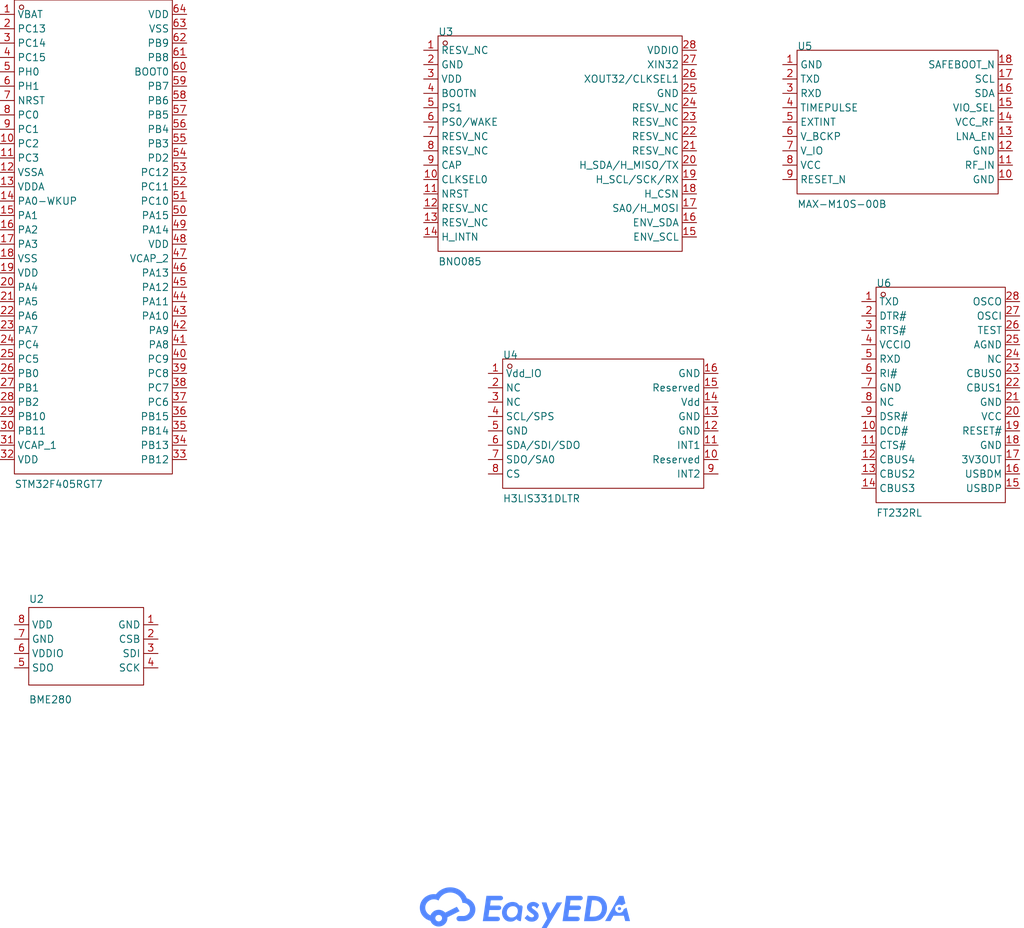
<source format=kicad_sch>
(kicad_sch (version 20250114) (generator "eeschema") (generator_version "9.0")
  (paper "User" 181.102 164.135)
  (lib_symbols
    (symbol "Board1-easyedapro:BME280"
      (property "Reference" "U" (at 0 0 0))
      (symbol "BME280_1_0"
        (pin unspecified line (at -12.7 3.81 0) (length 2.54) (name "VDD") (number "8"))
        (pin unspecified line (at -12.7 1.27 0) (length 2.54) (name "GND") (number "7"))
        (pin unspecified line (at -12.7 -1.27 0) (length 2.54) (name "VDDIO") (number "6"))
        (pin unspecified line (at -12.7 -3.81 0) (length 2.54) (name "SDO") (number "5"))
        (pin unspecified line (at 12.7 3.81 180) (length 2.54) (name "GND") (number "1"))
        (pin unspecified line (at 12.7 1.27 180) (length 2.54) (name "CSB") (number "2"))
        (pin unspecified line (at 12.7 -1.27 180) (length 2.54) (name "SDI") (number "3"))
        (pin unspecified line (at 12.7 -3.81 180) (length 2.54) (name "SCK") (number "4"))
      )
    )
    (symbol "Board1-easyedapro:BNO085_C5189642"
      (property "Reference" "U" (at 0 0 0))
      (symbol "BNO085_C5189642_1_0"
        (pin unspecified line (at -25.4 17.78 0) (length 2.54) (name "RESV_NC") (number "1"))
        (pin unspecified line (at -25.4 15.24 0) (length 2.54) (name "GND") (number "2"))
        (pin unspecified line (at -25.4 12.7 0) (length 2.54) (name "VDD") (number "3"))
        (pin unspecified line (at -25.4 10.16 0) (length 2.54) (name "BOOTN") (number "4"))
        (pin unspecified line (at -25.4 7.62 0) (length 2.54) (name "PS1") (number "5"))
        (pin unspecified line (at -25.4 5.08 0) (length 2.54) (name "PS0/WAKE") (number "6"))
        (pin unspecified line (at -25.4 2.54 0) (length 2.54) (name "RESV_NC") (number "7"))
        (pin unspecified line (at -25.4 0 0) (length 2.54) (name "RESV_NC") (number "8"))
        (pin unspecified line (at -25.4 -2.54 0) (length 2.54) (name "CAP") (number "9"))
        (pin unspecified line (at -25.4 -5.08 0) (length 2.54) (name "CLKSEL0") (number "10"))
        (pin unspecified line (at -25.4 -7.62 0) (length 2.54) (name "NRST") (number "11"))
        (pin unspecified line (at -25.4 -10.16 0) (length 2.54) (name "RESV_NC") (number "12"))
        (pin unspecified line (at -25.4 -12.7 0) (length 2.54) (name "RESV_NC") (number "13"))
        (pin unspecified line (at -25.4 -15.24 0) (length 2.54) (name "H_INTN") (number "14"))
        (pin unspecified line (at 22.86 17.78 180) (length 2.54) (name "VDDIO") (number "28"))
        (pin unspecified line (at 22.86 15.24 180) (length 2.54) (name "XIN32") (number "27"))
        (pin unspecified line (at 22.86 12.7 180) (length 2.54) (name "XOUT32/CLKSEL1") (number "26"))
        (pin unspecified line (at 22.86 10.16 180) (length 2.54) (name "GND") (number "25"))
        (pin unspecified line (at 22.86 7.62 180) (length 2.54) (name "RESV_NC") (number "24"))
        (pin unspecified line (at 22.86 5.08 180) (length 2.54) (name "RESV_NC") (number "23"))
        (pin unspecified line (at 22.86 2.54 180) (length 2.54) (name "RESV_NC") (number "22"))
        (pin unspecified line (at 22.86 0 180) (length 2.54) (name "RESV_NC") (number "21"))
        (pin unspecified line (at 22.86 -2.54 180) (length 2.54) (name "H_SDA/H_MISO/TX") (number "20"))
        (pin unspecified line (at 22.86 -5.08 180) (length 2.54) (name "H_SCL/SCK/RX") (number "19"))
        (pin unspecified line (at 22.86 -7.62 180) (length 2.54) (name "H_CSN") (number "18"))
        (pin unspecified line (at 22.86 -10.16 180) (length 2.54) (name "SA0/H_MOSI") (number "17"))
        (pin unspecified line (at 22.86 -12.7 180) (length 2.54) (name "ENV_SDA") (number "16"))
        (pin unspecified line (at 22.86 -15.24 180) (length 2.54) (name "ENV_SCL") (number "15"))
      )
    )
    (symbol "Board1-easyedapro:Drawing-Symbol_A4")
    (symbol "Board1-easyedapro:FT232RL"
      (property "Reference" "U" (at 0 0 0))
      (symbol "FT232RL_1_0"
        (pin unspecified line (at -13.97 16.51 0) (length 2.54) (name "TXD") (number "1"))
        (pin unspecified line (at -13.97 13.97 0) (length 2.54) (name "DTR#") (number "2"))
        (pin unspecified line (at -13.97 11.43 0) (length 2.54) (name "RTS#") (number "3"))
        (pin unspecified line (at -13.97 8.89 0) (length 2.54) (name "VCCIO") (number "4"))
        (pin unspecified line (at -13.97 6.35 0) (length 2.54) (name "RXD") (number "5"))
        (pin unspecified line (at -13.97 3.81 0) (length 2.54) (name "RI#") (number "6"))
        (pin unspecified line (at -13.97 1.27 0) (length 2.54) (name "GND") (number "7"))
        (pin unspecified line (at -13.97 -1.27 0) (length 2.54) (name "NC") (number "8"))
        (pin unspecified line (at -13.97 -3.81 0) (length 2.54) (name "DSR#") (number "9"))
        (pin unspecified line (at -13.97 -6.35 0) (length 2.54) (name "DCD#") (number "10"))
        (pin unspecified line (at -13.97 -8.89 0) (length 2.54) (name "CTS#") (number "11"))
        (pin unspecified line (at -13.97 -11.43 0) (length 2.54) (name "CBUS4") (number "12"))
        (pin unspecified line (at -13.97 -13.97 0) (length 2.54) (name "CBUS2") (number "13"))
        (pin unspecified line (at -13.97 -16.51 0) (length 2.54) (name "CBUS3") (number "14"))
        (pin unspecified line (at 13.97 16.51 180) (length 2.54) (name "OSCO") (number "28"))
        (pin unspecified line (at 13.97 13.97 180) (length 2.54) (name "OSCI") (number "27"))
        (pin unspecified line (at 13.97 11.43 180) (length 2.54) (name "TEST") (number "26"))
        (pin unspecified line (at 13.97 8.89 180) (length 2.54) (name "AGND") (number "25"))
        (pin unspecified line (at 13.97 6.35 180) (length 2.54) (name "NC") (number "24"))
        (pin unspecified line (at 13.97 3.81 180) (length 2.54) (name "CBUS0") (number "23"))
        (pin unspecified line (at 13.97 1.27 180) (length 2.54) (name "CBUS1") (number "22"))
        (pin unspecified line (at 13.97 -1.27 180) (length 2.54) (name "GND") (number "21"))
        (pin unspecified line (at 13.97 -3.81 180) (length 2.54) (name "VCC") (number "20"))
        (pin unspecified line (at 13.97 -6.35 180) (length 2.54) (name "RESET#") (number "19"))
        (pin unspecified line (at 13.97 -8.89 180) (length 2.54) (name "GND") (number "18"))
        (pin unspecified line (at 13.97 -11.43 180) (length 2.54) (name "3V3OUT") (number "17"))
        (pin unspecified line (at 13.97 -13.97 180) (length 2.54) (name "USBDM") (number "16"))
        (pin unspecified line (at 13.97 -16.51 180) (length 2.54) (name "USBDP") (number "15"))
      )
    )
    (symbol "Board1-easyedapro:H3LIS331DLTR"
      (property "Reference" "U" (at 0 0 0))
      (symbol "H3LIS331DLTR_1_0"
        (pin unspecified line (at -20.32 8.89 0) (length 2.54) (name "Vdd_IO") (number "1"))
        (pin unspecified line (at -20.32 6.35 0) (length 2.54) (name "NC") (number "2"))
        (pin unspecified line (at -20.32 3.81 0) (length 2.54) (name "NC") (number "3"))
        (pin unspecified line (at -20.32 1.27 0) (length 2.54) (name "SCL/SPS") (number "4"))
        (pin unspecified line (at -20.32 -1.27 0) (length 2.54) (name "GND") (number "5"))
        (pin unspecified line (at -20.32 -3.81 0) (length 2.54) (name "SDA/SDI/SDO") (number "6"))
        (pin unspecified line (at -20.32 -6.35 0) (length 2.54) (name "SDO/SA0") (number "7"))
        (pin unspecified line (at -20.32 -8.89 0) (length 2.54) (name "CS") (number "8"))
        (pin unspecified line (at 20.32 8.89 180) (length 2.54) (name "GND") (number "16"))
        (pin unspecified line (at 20.32 6.35 180) (length 2.54) (name "Reserved") (number "15"))
        (pin unspecified line (at 20.32 3.81 180) (length 2.54) (name "Vdd") (number "14"))
        (pin unspecified line (at 20.32 1.27 180) (length 2.54) (name "GND") (number "13"))
        (pin unspecified line (at 20.32 -1.27 180) (length 2.54) (name "GND") (number "12"))
        (pin unspecified line (at 20.32 -3.81 180) (length 2.54) (name "INT1") (number "11"))
        (pin unspecified line (at 20.32 -6.35 180) (length 2.54) (name "Reserved") (number "10"))
        (pin unspecified line (at 20.32 -8.89 180) (length 2.54) (name "INT2") (number "9"))
      )
    )
    (symbol "Board1-easyedapro:MAX-M10S-00B"
      (property "Reference" "U" (at 0 0 0))
      (symbol "MAX-M10S-00B_1_0"
        (pin unspecified line (at -20.32 10.16 0) (length 2.54) (name "GND") (number "1"))
        (pin unspecified line (at -20.32 7.62 0) (length 2.54) (name "TXD") (number "2"))
        (pin unspecified line (at -20.32 5.08 0) (length 2.54) (name "RXD") (number "3"))
        (pin unspecified line (at -20.32 2.54 0) (length 2.54) (name "TIMEPULSE") (number "4"))
        (pin unspecified line (at -20.32 0 0) (length 2.54) (name "EXTINT") (number "5"))
        (pin unspecified line (at -20.32 -2.54 0) (length 2.54) (name "V_BCKP") (number "6"))
        (pin unspecified line (at -20.32 -5.08 0) (length 2.54) (name "V_IO") (number "7"))
        (pin unspecified line (at -20.32 -7.62 0) (length 2.54) (name "VCC") (number "8"))
        (pin unspecified line (at -20.32 -10.16 0) (length 2.54) (name "RESET_N") (number "9"))
        (pin unspecified line (at 20.32 10.16 180) (length 2.54) (name "SAFEBOOT_N") (number "18"))
        (pin unspecified line (at 20.32 7.62 180) (length 2.54) (name "SCL") (number "17"))
        (pin unspecified line (at 20.32 5.08 180) (length 2.54) (name "SDA") (number "16"))
        (pin unspecified line (at 20.32 2.54 180) (length 2.54) (name "VIO_SEL") (number "15"))
        (pin unspecified line (at 20.32 0 180) (length 2.54) (name "VCC_RF") (number "14"))
        (pin unspecified line (at 20.32 -2.54 180) (length 2.54) (name "LNA_EN") (number "13"))
        (pin unspecified line (at 20.32 -5.08 180) (length 2.54) (name "GND") (number "12"))
        (pin unspecified line (at 20.32 -7.62 180) (length 2.54) (name "RF_IN") (number "11"))
        (pin unspecified line (at 20.32 -10.16 180) (length 2.54) (name "GND") (number "10"))
      )
    )
    (symbol "Board1-easyedapro:STM32F405RGT7"
      (property "Reference" "U" (at 0 0 0))
      (symbol "STM32F405RGT7_1_0"
        (pin unspecified line (at -16.51 39.37 0) (length 2.54) (name "VBAT") (number "1"))
        (pin unspecified line (at -16.51 36.83 0) (length 2.54) (name "PC13") (number "2"))
        (pin unspecified line (at -16.51 34.29 0) (length 2.54) (name "PC14") (number "3"))
        (pin unspecified line (at -16.51 31.75 0) (length 2.54) (name "PC15") (number "4"))
        (pin unspecified line (at -16.51 29.21 0) (length 2.54) (name "PH0") (number "5"))
        (pin unspecified line (at -16.51 26.67 0) (length 2.54) (name "PH1") (number "6"))
        (pin unspecified line (at -16.51 24.13 0) (length 2.54) (name "NRST") (number "7"))
        (pin unspecified line (at -16.51 21.59 0) (length 2.54) (name "PC0") (number "8"))
        (pin unspecified line (at -16.51 19.05 0) (length 2.54) (name "PC1") (number "9"))
        (pin unspecified line (at -16.51 16.51 0) (length 2.54) (name "PC2") (number "10"))
        (pin unspecified line (at -16.51 13.97 0) (length 2.54) (name "PC3") (number "11"))
        (pin unspecified line (at -16.51 11.43 0) (length 2.54) (name "VSSA") (number "12"))
        (pin unspecified line (at -16.51 8.89 0) (length 2.54) (name "VDDA") (number "13"))
        (pin unspecified line (at -16.51 6.35 0) (length 2.54) (name "PA0-WKUP") (number "14"))
        (pin unspecified line (at -16.51 3.81 0) (length 2.54) (name "PA1") (number "15"))
        (pin unspecified line (at -16.51 1.27 0) (length 2.54) (name "PA2") (number "16"))
        (pin unspecified line (at -16.51 -1.27 0) (length 2.54) (name "PA3") (number "17"))
        (pin unspecified line (at -16.51 -3.81 0) (length 2.54) (name "VSS") (number "18"))
        (pin unspecified line (at -16.51 -6.35 0) (length 2.54) (name "VDD") (number "19"))
        (pin unspecified line (at -16.51 -8.89 0) (length 2.54) (name "PA4") (number "20"))
        (pin unspecified line (at -16.51 -11.43 0) (length 2.54) (name "PA5") (number "21"))
        (pin unspecified line (at -16.51 -13.97 0) (length 2.54) (name "PA6") (number "22"))
        (pin unspecified line (at -16.51 -16.51 0) (length 2.54) (name "PA7") (number "23"))
        (pin unspecified line (at -16.51 -19.05 0) (length 2.54) (name "PC4") (number "24"))
        (pin unspecified line (at -16.51 -21.59 0) (length 2.54) (name "PC5") (number "25"))
        (pin unspecified line (at -16.51 -24.13 0) (length 2.54) (name "PB0") (number "26"))
        (pin unspecified line (at -16.51 -26.67 0) (length 2.54) (name "PB1") (number "27"))
        (pin unspecified line (at -16.51 -29.21 0) (length 2.54) (name "PB2") (number "28"))
        (pin unspecified line (at -16.51 -31.75 0) (length 2.54) (name "PB10") (number "29"))
        (pin unspecified line (at -16.51 -34.29 0) (length 2.54) (name "PB11") (number "30"))
        (pin unspecified line (at -16.51 -36.83 0) (length 2.54) (name "VCAP_1") (number "31"))
        (pin unspecified line (at -16.51 -39.37 0) (length 2.54) (name "VDD") (number "32"))
        (pin unspecified line (at 16.51 39.37 180) (length 2.54) (name "VDD") (number "64"))
        (pin unspecified line (at 16.51 36.83 180) (length 2.54) (name "VSS") (number "63"))
        (pin unspecified line (at 16.51 34.29 180) (length 2.54) (name "PB9") (number "62"))
        (pin unspecified line (at 16.51 31.75 180) (length 2.54) (name "PB8") (number "61"))
        (pin unspecified line (at 16.51 29.21 180) (length 2.54) (name "BOOT0") (number "60"))
        (pin unspecified line (at 16.51 26.67 180) (length 2.54) (name "PB7") (number "59"))
        (pin unspecified line (at 16.51 24.13 180) (length 2.54) (name "PB6") (number "58"))
        (pin unspecified line (at 16.51 21.59 180) (length 2.54) (name "PB5") (number "57"))
        (pin unspecified line (at 16.51 19.05 180) (length 2.54) (name "PB4") (number "56"))
        (pin unspecified line (at 16.51 16.51 180) (length 2.54) (name "PB3") (number "55"))
        (pin unspecified line (at 16.51 13.97 180) (length 2.54) (name "PD2") (number "54"))
        (pin unspecified line (at 16.51 11.43 180) (length 2.54) (name "PC12") (number "53"))
        (pin unspecified line (at 16.51 8.89 180) (length 2.54) (name "PC11") (number "52"))
        (pin unspecified line (at 16.51 6.35 180) (length 2.54) (name "PC10") (number "51"))
        (pin unspecified line (at 16.51 3.81 180) (length 2.54) (name "PA15") (number "50"))
        (pin unspecified line (at 16.51 1.27 180) (length 2.54) (name "PA14") (number "49"))
        (pin unspecified line (at 16.51 -1.27 180) (length 2.54) (name "VDD") (number "48"))
        (pin unspecified line (at 16.51 -3.81 180) (length 2.54) (name "VCAP_2") (number "47"))
        (pin unspecified line (at 16.51 -6.35 180) (length 2.54) (name "PA13") (number "46"))
        (pin unspecified line (at 16.51 -8.89 180) (length 2.54) (name "PA12") (number "45"))
        (pin unspecified line (at 16.51 -11.43 180) (length 2.54) (name "PA11") (number "44"))
        (pin unspecified line (at 16.51 -13.97 180) (length 2.54) (name "PA10") (number "43"))
        (pin unspecified line (at 16.51 -16.51 180) (length 2.54) (name "PA9") (number "42"))
        (pin unspecified line (at 16.51 -19.05 180) (length 2.54) (name "PA8") (number "41"))
        (pin unspecified line (at 16.51 -21.59 180) (length 2.54) (name "PC9") (number "40"))
        (pin unspecified line (at 16.51 -24.13 180) (length 2.54) (name "PC8") (number "39"))
        (pin unspecified line (at 16.51 -26.67 180) (length 2.54) (name "PC7") (number "38"))
        (pin unspecified line (at 16.51 -29.21 180) (length 2.54) (name "PC6") (number "37"))
        (pin unspecified line (at 16.51 -31.75 180) (length 2.54) (name "PB15") (number "36"))
        (pin unspecified line (at 16.51 -34.29 180) (length 2.54) (name "PB14") (number "35"))
        (pin unspecified line (at 16.51 -36.83 180) (length 2.54) (name "PB13") (number "34"))
        (pin unspecified line (at 16.51 -39.37 180) (length 2.54) (name "PB12") (number "33"))
      )
    )
  )
  (symbol (lib_id "Board1-easyedapro:STM32F405RGT7") (at 16.51 41.91 0) (unit 1)
    (property "Reference" "U1" (at 2.54 0 0) (effects (justify left bottom)))
    (property "Value" "STM32F405RGT7" (at 2.54 86.36 0) (effects (justify left bottom)))
    (property "Footprint" "Board1-easyedapro:LQFP-64_L10.0-W10.0-P0.50-LS12.0-BL" (effects (hide yes)))
    (property "Datasheet" "https://item.szlcsc.com/datasheet/STM32F405RGT7/1427478.html" (effects (hide yes)))
    (property "Description" "CPU Core:ARM-M4 CPU Maximum Speed:168MHz Program Storage Size:1MB Program Memory Type:FLASH Number of I/O:51 ADC (Bit):12bit DAC (Bit):12bit Voltage - Supply:1.8V~3.6V Voltage - Supply:1.8V~3.6V" (effects (hide yes)))
    (property "Manufacturer Part" "STM32F405RGT7" (effects (hide yes)))
    (property "Manufacturer" "ST(意法半导体)" (effects (hide yes)))
    (property "Supplier Part" "C1337199" (effects (hide yes)))
    (property "Supplier" "LCSC" (effects (hide yes)))
    (property "LCSC Part Name" "带DSP和FPU的高性能基础系列ARM Cortex-M4 MCU，具有1 MB Flash、168 MHz CPU和ART加速器" (effects (hide yes)))
  )
  (symbol (lib_id "Board1-easyedapro:BME280") (at 15.24 114.3 0) (unit 1)
    (property "Reference" "U2" (at 5.08 106.68 0) (effects (justify left bottom)))
    (property "Value" "BME280" (at 5.08 124.46 0) (effects (justify left bottom)))
    (property "Footprint" "Board1-easyedapro:LGA-8_BME280_BL" (effects (hide yes)))
    (property "Datasheet" "https://item.szlcsc.com/datasheet/BME280/93682.html" (effects (hide yes)))
    (property "Description" "Temperature Range:-40°C~+85°C Temperature Range:-40°C~+85°C Humidity:0%RH~100%RH Humidity:0%RH~100%RH Interface:I2C；SPI Voltage - Supply:1.71V~3.6V Voltage - Supply:1.71V~3.6V Current - Supply:1.8uA Humidity Tolerance:±3%RH Humidity Tolerance:±3%RH Temperatur" (effects (hide yes)))
    (property "Manufacturer Part" "BME280" (effects (hide yes)))
    (property "Manufacturer" "Bosch(博世)" (effects (hide yes)))
    (property "Supplier Part" "C92489" (effects (hide yes)))
    (property "Supplier" "LCSC" (effects (hide yes)))
    (property "LCSC Part Name" "湿度：0%RH~100%RH" (effects (hide yes)))
  )
  (symbol (lib_id "Board1-easyedapro:H3LIS331DLTR") (at 106.68 74.93 0) (unit 1)
    (property "Reference" "U4" (at 88.9 63.5 0) (effects (justify left bottom)))
    (property "Value" "H3LIS331DLTR" (at 88.9 88.9 0) (effects (justify left bottom)))
    (property "Footprint" "Board1-easyedapro:LGA-16_L3.0-W3.0-P0.50-BL" (effects (hide yes)))
    (property "Datasheet" "https://item.szlcsc.com/datasheet/H3LIS331DLTR/2746983.html" (effects (hide yes)))
    (property "Description" "Voltage - Supply:2.16V~3.6V Voltage - Supply:2.16V~3.6V Operating Temperature:-40°C~+85°C Operating Temperature:-40°C~+85°C" (effects (hide yes)))
    (property "Manufacturer Part" "H3LIS331DLTR" (effects (hide yes)))
    (property "Manufacturer" "ST(意法半导体)" (effects (hide yes)))
    (property "Supplier Part" "C2655074" (effects (hide yes)))
    (property "Supplier" "LCSC" (effects (hide yes)))
    (property "LCSC Part Name" "H3LIS331DLTR" (effects (hide yes)))
  )
  (symbol (lib_id "Board1-easyedapro:BNO085_C5189642") (at 100.33 26.67 0) (unit 1)
    (property "Reference" "U3" (at 77.47 6.35 0) (effects (justify left bottom)))
    (property "Value" "BNO085" (at 77.47 46.99 0) (effects (justify left bottom)))
    (property "Footprint" "Board1-easyedapro:LGA-28_L5.2-W3.8-P0.50-BL" (effects (hide yes)))
    (property "Datasheet" "https://item.szlcsc.com/datasheet/BNO085/5869007.html" (effects (hide yes)))
    (property "Description" "Accelerometer Sensing Axis:X,Y,Z Acceleration Measurement Range (MAX):±8g Acceleration Measurement Range (MAX):±8g Gyroscope Sensing Axis:X,Y,Z Gyroscope Measurement Range (MAX):±2000dps Gyroscope Measurement Range (MAX):±2000dps Sensor Type:IMU Output Bi" (effects (hide yes)))
    (property "Manufacturer Part" "BNO085" (effects (hide yes)))
    (property "Manufacturer" "CEVA" (effects (hide yes)))
    (property "Supplier Part" "C5189642" (effects (hide yes)))
    (property "Supplier" "LCSC" (effects (hide yes)))
    (property "LCSC Part Name" "交钥匙传感器集线器解决方案" (effects (hide yes)))
  )
  (symbol (lib_id "Board1-easyedapro:MAX-M10S-00B") (at 158.75 21.59 0) (unit 1)
    (property "Reference" "U5" (at 140.97 8.89 0) (effects (justify left bottom)))
    (property "Value" "MAX-M10S-00B" (at 140.97 36.83 0) (effects (justify left bottom)))
    (property "Footprint" "Board1-easyedapro:SMD-18_L10.1-W9.7-P1.10-TL_SKG09F" (effects (hide yes)))
    (property "Datasheet" "https://item.szlcsc.com/datasheet/MAX-M10S-00B/4722633.html" (effects (hide yes)))
    (property "Manufacturer Part" "MAX-M10S-00B" (effects (hide yes)))
    (property "Manufacturer" "U-BLOX" (effects (hide yes)))
    (property "Supplier Part" "C4153167" (effects (hide yes)))
    (property "Supplier" "LCSC" (effects (hide yes)))
    (property "LCSC Part Name" "MAX-M10S-00B" (effects (hide yes)))
  )
  (symbol (lib_id "Board1-easyedapro:FT232RL") (at 166.37 69.85 0) (unit 1)
    (property "Reference" "U6" (at 154.94 50.8 0) (effects (justify left bottom)))
    (property "Value" "FT232RL" (at 154.94 91.44 0) (effects (justify left bottom)))
    (property "Footprint" "Board1-easyedapro:SSOP-28_L10.2-W5.3-P0.65-LS7.8-BL" (effects (hide yes)))
    (property "Datasheet" "https://atta.szlcsc.com/upload/public/pdf/source/20200318/C490691_690E4DF63E1AFF9F26AE376DE8985AE3.pdf" (effects (hide yes)))
    (property "Description" "Applications Function:USB to UART Protocol:USB 2.0 Number of Channels:- Voltage - Supply:4V~5.25V；3.3V~5.25V Voltage - Supply:4V~5.25V；3.3V~5.25V Data Rate:- Operating Temperature:-40°C~+85°C Operating Temperature:-40°C~+85°C" (effects (hide yes)))
    (property "Manufacturer Part" "FT232RL" (effects (hide yes)))
    (property "Manufacturer" "FTDI(飞特帝亚)" (effects (hide yes)))
    (property "Supplier Part" "C490691" (effects (hide yes)))
    (property "Supplier" "LCSC" (effects (hide yes)))
    (property "LCSC Part Name" "FT232R USB UART IC" (effects (hide yes)))
  )
  (symbol (lib_id "Board1-easyedapro:Drawing-Symbol_A4") (at -50.8 167.64 0) (unit 1)
    (property "Reference" "?" (at -50.8 167.64 0))
    (property "Value" "~" (at -50.8 167.64 0))
    (property "Footprint" "Board1-easyedapro:" (effects (hide yes)))
    (property "@Board Name" "Board1" (effects (hide yes)))
    (property "@Create Date" "2025-12-03" (effects (hide yes)))
    (property "@Create Time" "02:28:41" (effects (hide yes)))
    (property "@Page Count" "1" (effects (hide yes)))
    (property "@Page Name" "P1" (effects (hide yes)))
    (property "@Page No" "1" (effects (hide yes)))
    (property "@Project Name" "Deb" (effects (hide yes)))
    (property "@Schematic Name" "Schematic1" (effects (hide yes)))
    (property "@Update Date" "2025-12-02" (effects (hide yes)))
    (property "@Update Time" "18:28:41" (effects (hide yes)))
    (property "Blade Width" "10" (effects (hide yes)))
    (property "Border" "1" (effects (hide yes)))
    (property "Company" "EasyEDA.com" (effects (hide yes)))
    (property "Height" "825" (effects (hide yes)))
    (property "Page Size" "A4" (effects (hide yes)))
    (property "Region Start" "1" (effects (hide yes)))
    (property "Title Block" "1" (effects (hide yes)))
    (property "Title Block Position" "3" (effects (hide yes)))
    (property "Version" "V1.0" (effects (hide yes)))
    (property "Width" "1170" (effects (hide yes)))
    (property "X Region Count" "6" (effects (hide yes)))
    (property "Y Region Count" "4" (effects (hide yes)))
  )
)
</source>
